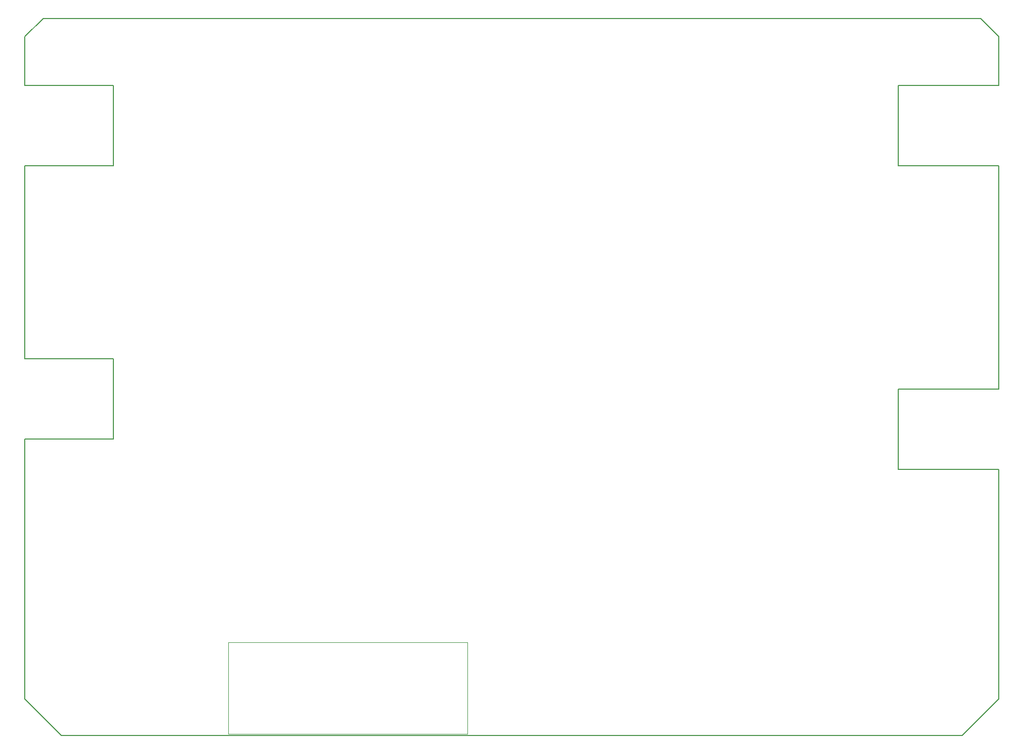
<source format=gko>
G75*
G70*
%OFA0B0*%
%FSLAX25Y25*%
%IPPOS*%
%LPD*%
%AMOC8*
5,1,8,0,0,1.08239X$1,22.5*
%
%ADD10C,0.00787*%
%ADD197C,0.00079*%
X0000000Y0000000D02*
%LPD*%
G01*
D10*
X0057087Y0191960D02*
X0057087Y0243929D01*
X0564961Y0172275D02*
X0629921Y0172275D01*
X0629921Y0369126D02*
X0629921Y0224244D01*
X0000000Y0369126D02*
X0057087Y0369126D01*
X0618110Y0464401D02*
X0629921Y0452590D01*
X0000000Y0191960D02*
X0057087Y0191960D01*
X0057087Y0369126D02*
X0057087Y0421094D01*
X0629921Y0452590D02*
X0629921Y0421094D01*
X0000000Y0243929D02*
X0000000Y0369126D01*
X0564961Y0421094D02*
X0564961Y0369126D01*
X0564961Y0369126D02*
X0629921Y0369126D01*
X0011811Y0464401D02*
X0618110Y0464401D01*
X0057087Y0421094D02*
X0000000Y0421094D01*
X0629921Y0172275D02*
X0629921Y0023622D01*
X0057087Y0243929D02*
X0000000Y0243929D01*
X0629921Y0023622D02*
X0606299Y0000000D01*
X0000000Y0023622D02*
X0000000Y0191960D01*
X0564961Y0224244D02*
X0564961Y0172275D01*
X0629921Y0224244D02*
X0564961Y0224244D01*
X0629921Y0421094D02*
X0564961Y0421094D01*
X0023622Y0000000D02*
X0000000Y0023622D01*
X0000000Y0421094D02*
X0000000Y0452590D01*
X0606299Y0000000D02*
X0023622Y0000000D01*
X0000000Y0452590D02*
X0011811Y0464401D01*
X0001220Y0091280D02*
G01*
G75*
X0478055Y0126075D02*
G01*
G75*
X0286323Y0060327D02*
%LPD*%
G01*
D197*
X0286323Y0060327D02*
X0131402Y0060327D01*
X0131402Y0060327D02*
X0131402Y0000878D01*
X0131402Y0000878D02*
X0286323Y0000878D01*
X0286323Y0000878D02*
X0286323Y0060327D01*
X0339128Y0029100D02*
G01*
G75*
X0499561Y0030061D02*
G01*
G75*
X0332681Y0344592D02*
G01*
G75*
X0459354Y0313386D02*
G01*
G75*
X0003055Y0173466D02*
G01*
G75*
X0233173Y0337251D02*
G01*
G75*
X0501677Y0183602D02*
G01*
G75*
X0459748Y0228043D02*
G01*
G75*
X0003055Y0154766D02*
G01*
G75*
X0503990Y0004854D02*
G01*
G75*
M02*

</source>
